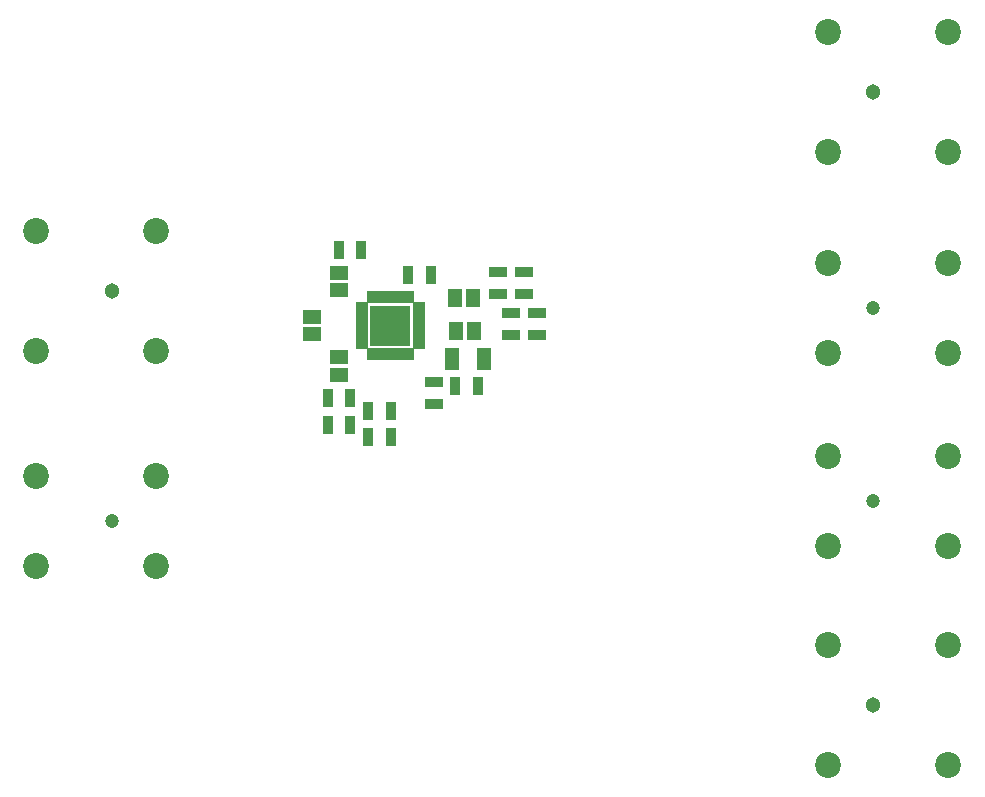
<source format=gbs>
G04*
G04 #@! TF.GenerationSoftware,Altium Limited,Altium Designer,19.0.15 (446)*
G04*
G04 Layer_Color=16711935*
%FSLAX25Y25*%
%MOIN*%
G70*
G01*
G75*
%ADD25R,0.03556X0.05918*%
%ADD26R,0.05918X0.03556*%
%ADD27R,0.05131X0.06312*%
%ADD30R,0.06312X0.05131*%
%ADD31C,0.05131*%
%ADD32C,0.08654*%
%ADD33C,0.04737*%
%ADD52R,0.04409X0.02047*%
%ADD53R,0.02047X0.04409*%
%ADD54R,0.13780X0.13780*%
%ADD55R,0.05131X0.07493*%
D25*
X170160Y155900D02*
D03*
X177640D02*
D03*
X148640Y147600D02*
D03*
X141160D02*
D03*
X141160Y138900D02*
D03*
X148640D02*
D03*
X127560Y143000D02*
D03*
X135040D02*
D03*
X154500Y192800D02*
D03*
X161980D02*
D03*
X127560Y151800D02*
D03*
X135040D02*
D03*
X131224Y201200D02*
D03*
X138704D02*
D03*
D26*
X162880Y157340D02*
D03*
Y149860D02*
D03*
X188600Y180240D02*
D03*
Y172760D02*
D03*
X197300Y180240D02*
D03*
Y172760D02*
D03*
X184300Y186460D02*
D03*
Y193940D02*
D03*
X192900Y193940D02*
D03*
Y186460D02*
D03*
D27*
X175953Y185200D02*
D03*
X170047D02*
D03*
X176206Y174100D02*
D03*
X170300D02*
D03*
D30*
X122400Y178953D02*
D03*
Y173047D02*
D03*
X131400Y165353D02*
D03*
Y159447D02*
D03*
X131400Y193600D02*
D03*
Y187695D02*
D03*
D31*
X55539Y187500D02*
D03*
X309461Y254000D02*
D03*
Y49500D02*
D03*
D32*
X30500Y167500D02*
D03*
Y207500D02*
D03*
X70500D02*
D03*
Y167500D02*
D03*
X30500Y96000D02*
D03*
Y126000D02*
D03*
X70500D02*
D03*
Y96000D02*
D03*
X334500Y274000D02*
D03*
Y234000D02*
D03*
X294500D02*
D03*
Y274000D02*
D03*
X334500Y197000D02*
D03*
Y167000D02*
D03*
X294500D02*
D03*
Y197000D02*
D03*
X334500Y132500D02*
D03*
Y102500D02*
D03*
X294500D02*
D03*
Y132500D02*
D03*
X334500Y69500D02*
D03*
Y29500D02*
D03*
X294500D02*
D03*
Y69500D02*
D03*
D33*
X55539Y111000D02*
D03*
X309461Y182000D02*
D03*
Y117500D02*
D03*
D52*
X158087Y182890D02*
D03*
Y180921D02*
D03*
Y178953D02*
D03*
Y176984D02*
D03*
Y175016D02*
D03*
Y173047D02*
D03*
Y171079D02*
D03*
Y169110D02*
D03*
X138913D02*
D03*
Y171079D02*
D03*
Y173047D02*
D03*
Y175016D02*
D03*
Y176984D02*
D03*
Y178953D02*
D03*
Y180921D02*
D03*
Y182890D02*
D03*
D53*
X155390Y166413D02*
D03*
X153421D02*
D03*
X151453D02*
D03*
X149484D02*
D03*
X147516D02*
D03*
X145547D02*
D03*
X143579D02*
D03*
X141610D02*
D03*
Y185587D02*
D03*
X143579D02*
D03*
X145547D02*
D03*
X147516D02*
D03*
X149484D02*
D03*
X151453D02*
D03*
X153421D02*
D03*
X155390D02*
D03*
D54*
X148500Y176000D02*
D03*
D55*
X179715Y164700D02*
D03*
X169085D02*
D03*
M02*

</source>
